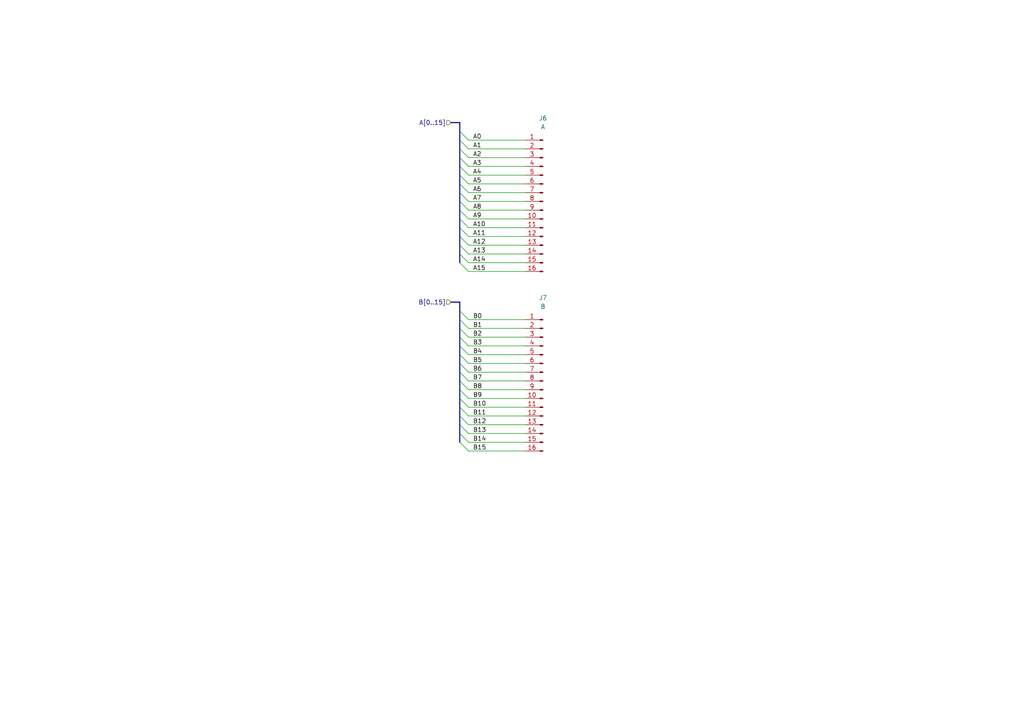
<source format=kicad_sch>
(kicad_sch (version 20250114) (generator "eeschema") (generator_version "9.0")
  (paper "A4")
  (title_block (date "2022-04-13") (rev "A"))
  (lib_symbols
    (symbol "Connector:Conn_01x16_Male" (pin_names (offset 1.016) (hide yes))
      (property "Reference" "J" (at 0 20.32 0))
      (property "Value" "Conn_01x16_Male" (at 0 -22.86 0))
      (symbol "Conn_01x16_Male_1_1"
        (rectangle (start 0.8636 17.907) (end 0 17.653) (stroke (width 0.1524)) (fill (type outline)))
        (rectangle (start 0.8636 15.367) (end 0 15.113) (stroke (width 0.1524)) (fill (type outline)))
        (rectangle (start 0.8636 12.827) (end 0 12.573) (stroke (width 0.1524)) (fill (type outline)))
        (rectangle (start 0.8636 10.287) (end 0 10.033) (stroke (width 0.1524)) (fill (type outline)))
        (rectangle (start 0.8636 7.747) (end 0 7.493) (stroke (width 0.1524)) (fill (type outline)))
        (rectangle (start 0.8636 5.207) (end 0 4.953) (stroke (width 0.1524)) (fill (type outline)))
        (rectangle (start 0.8636 2.667) (end 0 2.413) (stroke (width 0.1524)) (fill (type outline)))
        (rectangle (start 0.8636 0.127) (end 0 -0.127) (stroke (width 0.1524)) (fill (type outline)))
        (rectangle (start 0.8636 -2.413) (end 0 -2.667) (stroke (width 0.1524)) (fill (type outline)))
        (rectangle (start 0.8636 -4.953) (end 0 -5.207) (stroke (width 0.1524)) (fill (type outline)))
        (rectangle (start 0.8636 -7.493) (end 0 -7.747) (stroke (width 0.1524)) (fill (type outline)))
        (rectangle (start 0.8636 -10.033) (end 0 -10.287) (stroke (width 0.1524)) (fill (type outline)))
        (rectangle (start 0.8636 -12.573) (end 0 -12.827) (stroke (width 0.1524)) (fill (type outline)))
        (rectangle (start 0.8636 -15.113) (end 0 -15.367) (stroke (width 0.1524)) (fill (type outline)))
        (rectangle (start 0.8636 -17.653) (end 0 -17.907) (stroke (width 0.1524)) (fill (type outline)))
        (rectangle (start 0.8636 -20.193) (end 0 -20.447) (stroke (width 0.1524)) (fill (type outline)))
        (polyline (pts (xy 1.27 17.78) (xy 0.8636 17.78)) (stroke (width 0.1524)))
        (polyline (pts (xy 1.27 15.24) (xy 0.8636 15.24)) (stroke (width 0.1524)))
        (polyline (pts (xy 1.27 12.7) (xy 0.8636 12.7)) (stroke (width 0.1524)))
        (polyline (pts (xy 1.27 10.16) (xy 0.8636 10.16)) (stroke (width 0.1524)))
        (polyline (pts (xy 1.27 7.62) (xy 0.8636 7.62)) (stroke (width 0.1524)))
        (polyline (pts (xy 1.27 5.08) (xy 0.8636 5.08)) (stroke (width 0.1524)))
        (polyline (pts (xy 1.27 2.54) (xy 0.8636 2.54)) (stroke (width 0.1524)))
        (polyline (pts (xy 1.27 0) (xy 0.8636 0)) (stroke (width 0.1524)))
        (polyline (pts (xy 1.27 -2.54) (xy 0.8636 -2.54)) (stroke (width 0.1524)))
        (polyline (pts (xy 1.27 -5.08) (xy 0.8636 -5.08)) (stroke (width 0.1524)))
        (polyline (pts (xy 1.27 -7.62) (xy 0.8636 -7.62)) (stroke (width 0.1524)))
        (polyline (pts (xy 1.27 -10.16) (xy 0.8636 -10.16)) (stroke (width 0.1524)))
        (polyline (pts (xy 1.27 -12.7) (xy 0.8636 -12.7)) (stroke (width 0.1524)))
        (polyline (pts (xy 1.27 -15.24) (xy 0.8636 -15.24)) (stroke (width 0.1524)))
        (polyline (pts (xy 1.27 -17.78) (xy 0.8636 -17.78)) (stroke (width 0.1524)))
        (polyline (pts (xy 1.27 -20.32) (xy 0.8636 -20.32)) (stroke (width 0.1524)))
        (pin passive line (at 5.08 17.78 180) (length 3.81) (name "Pin_1") (number "1"))
        (pin passive line (at 5.08 15.24 180) (length 3.81) (name "Pin_2") (number "2"))
        (pin passive line (at 5.08 12.7 180) (length 3.81) (name "Pin_3") (number "3"))
        (pin passive line (at 5.08 10.16 180) (length 3.81) (name "Pin_4") (number "4"))
        (pin passive line (at 5.08 7.62 180) (length 3.81) (name "Pin_5") (number "5"))
        (pin passive line (at 5.08 5.08 180) (length 3.81) (name "Pin_6") (number "6"))
        (pin passive line (at 5.08 2.54 180) (length 3.81) (name "Pin_7") (number "7"))
        (pin passive line (at 5.08 0 180) (length 3.81) (name "Pin_8") (number "8"))
        (pin passive line (at 5.08 -2.54 180) (length 3.81) (name "Pin_9") (number "9"))
        (pin passive line (at 5.08 -5.08 180) (length 3.81) (name "Pin_10") (number "10"))
        (pin passive line (at 5.08 -7.62 180) (length 3.81) (name "Pin_11") (number "11"))
        (pin passive line (at 5.08 -10.16 180) (length 3.81) (name "Pin_12") (number "12"))
        (pin passive line (at 5.08 -12.7 180) (length 3.81) (name "Pin_13") (number "13"))
        (pin passive line (at 5.08 -15.24 180) (length 3.81) (name "Pin_14") (number "14"))
        (pin passive line (at 5.08 -17.78 180) (length 3.81) (name "Pin_15") (number "15"))
        (pin passive line (at 5.08 -20.32 180) (length 3.81) (name "Pin_16") (number "16"))
      )
    )
  )
  (bus_entry (at 133.35 60.96) (size 2.54 2.54))
  (bus_entry (at 133.35 43.18) (size 2.54 2.54))
  (bus_entry (at 133.35 118.11) (size 2.54 2.54))
  (bus_entry (at 133.35 125.73) (size 2.54 2.54))
  (bus_entry (at 133.35 105.41) (size 2.54 2.54))
  (bus_entry (at 133.35 107.95) (size 2.54 2.54))
  (bus_entry (at 133.35 92.71) (size 2.54 2.54))
  (bus_entry (at 133.35 58.42) (size 2.54 2.54))
  (bus_entry (at 133.35 100.33) (size 2.54 2.54))
  (bus_entry (at 133.35 68.58) (size 2.54 2.54))
  (bus_entry (at 133.35 63.5) (size 2.54 2.54))
  (bus_entry (at 133.35 73.66) (size 2.54 2.54))
  (bus_entry (at 133.35 113.03) (size 2.54 2.54))
  (bus_entry (at 133.35 120.65) (size 2.54 2.54))
  (bus_entry (at 133.35 55.88) (size 2.54 2.54))
  (bus_entry (at 133.35 66.04) (size 2.54 2.54))
  (bus_entry (at 133.35 97.79) (size 2.54 2.54))
  (bus_entry (at 133.35 90.17) (size 2.54 2.54))
  (bus_entry (at 133.35 40.64) (size 2.54 2.54))
  (bus_entry (at 133.35 76.2) (size 2.54 2.54))
  (bus_entry (at 133.35 102.87) (size 2.54 2.54))
  (bus_entry (at 133.35 115.57) (size 2.54 2.54))
  (bus_entry (at 133.35 128.27) (size 2.54 2.54))
  (bus_entry (at 133.35 50.8) (size 2.54 2.54))
  (bus_entry (at 133.35 71.12) (size 2.54 2.54))
  (bus_entry (at 133.35 123.19) (size 2.54 2.54))
  (bus_entry (at 133.35 38.1) (size 2.54 2.54))
  (bus_entry (at 133.35 48.26) (size 2.54 2.54))
  (bus_entry (at 133.35 110.49) (size 2.54 2.54))
  (bus_entry (at 133.35 95.25) (size 2.54 2.54))
  (bus_entry (at 133.35 53.34) (size 2.54 2.54))
  (bus_entry (at 133.35 45.72) (size 2.54 2.54))
  (bus (pts (xy 133.35 87.63) (xy 133.35 90.17)))
  (bus (pts (xy 133.35 73.66) (xy 133.35 76.2)))
  (wire (pts (xy 135.89 58.42) (xy 152.4 58.42)))
  (wire (pts (xy 135.89 60.96) (xy 152.4 60.96)))
  (bus (pts (xy 133.35 35.56) (xy 133.35 38.1)))
  (bus (pts (xy 133.35 113.03) (xy 133.35 115.57)))
  (bus (pts (xy 133.35 71.12) (xy 133.35 73.66)))
  (bus (pts (xy 133.35 40.64) (xy 133.35 43.18)))
  (bus (pts (xy 133.35 68.58) (xy 133.35 71.12)))
  (bus (pts (xy 133.35 60.96) (xy 133.35 63.5)))
  (bus (pts (xy 133.35 100.33) (xy 133.35 102.87)))
  (wire (pts (xy 135.89 110.49) (xy 152.4 110.49)))
  (wire (pts (xy 135.89 100.33) (xy 152.4 100.33)))
  (wire (pts (xy 135.89 71.12) (xy 152.4 71.12)))
  (bus (pts (xy 133.35 55.88) (xy 133.35 58.42)))
  (bus (pts (xy 133.35 45.72) (xy 133.35 48.26)))
  (bus (pts (xy 130.81 87.63) (xy 133.35 87.63)))
  (wire (pts (xy 135.89 97.79) (xy 152.4 97.79)))
  (wire (pts (xy 135.89 118.11) (xy 152.4 118.11)))
  (wire (pts (xy 135.89 48.26) (xy 152.4 48.26)))
  (bus (pts (xy 133.35 50.8) (xy 133.35 53.34)))
  (bus (pts (xy 133.35 125.73) (xy 133.35 128.27)))
  (wire (pts (xy 135.89 78.74) (xy 152.4 78.74)))
  (bus (pts (xy 133.35 63.5) (xy 133.35 66.04)))
  (bus (pts (xy 133.35 95.25) (xy 133.35 97.79)))
  (wire (pts (xy 135.89 66.04) (xy 152.4 66.04)))
  (wire (pts (xy 135.89 128.27) (xy 152.4 128.27)))
  (bus (pts (xy 133.35 48.26) (xy 133.35 50.8)))
  (wire (pts (xy 135.89 92.71) (xy 152.4 92.71)))
  (bus (pts (xy 133.35 115.57) (xy 133.35 118.11)))
  (wire (pts (xy 135.89 63.5) (xy 152.4 63.5)))
  (bus (pts (xy 133.35 90.17) (xy 133.35 92.71)))
  (bus (pts (xy 133.35 38.1) (xy 133.35 40.64)))
  (bus (pts (xy 133.35 118.11) (xy 133.35 120.65)))
  (bus (pts (xy 133.35 58.42) (xy 133.35 60.96)))
  (bus (pts (xy 133.35 53.34) (xy 133.35 55.88)))
  (wire (pts (xy 135.89 76.2) (xy 152.4 76.2)))
  (bus (pts (xy 130.81 35.56) (xy 133.35 35.56)))
  (wire (pts (xy 135.89 68.58) (xy 152.4 68.58)))
  (bus (pts (xy 133.35 66.04) (xy 133.35 68.58)))
  (wire (pts (xy 135.89 53.34) (xy 152.4 53.34)))
  (wire (pts (xy 135.89 50.8) (xy 152.4 50.8)))
  (wire (pts (xy 135.89 107.95) (xy 152.4 107.95)))
  (bus (pts (xy 133.35 120.65) (xy 133.35 123.19)))
  (wire (pts (xy 135.89 45.72) (xy 152.4 45.72)))
  (bus (pts (xy 133.35 102.87) (xy 133.35 105.41)))
  (bus (pts (xy 133.35 105.41) (xy 133.35 107.95)))
  (wire (pts (xy 135.89 55.88) (xy 152.4 55.88)))
  (wire (pts (xy 135.89 115.57) (xy 152.4 115.57)))
  (wire (pts (xy 135.89 95.25) (xy 152.4 95.25)))
  (wire (pts (xy 135.89 40.64) (xy 152.4 40.64)))
  (bus (pts (xy 133.35 123.19) (xy 133.35 125.73)))
  (wire (pts (xy 135.89 102.87) (xy 152.4 102.87)))
  (wire (pts (xy 135.89 73.66) (xy 152.4 73.66)))
  (wire (pts (xy 135.89 105.41) (xy 152.4 105.41)))
  (wire (pts (xy 135.89 123.19) (xy 152.4 123.19)))
  (wire (pts (xy 135.89 43.18) (xy 152.4 43.18)))
  (bus (pts (xy 133.35 43.18) (xy 133.35 45.72)))
  (wire (pts (xy 135.89 113.03) (xy 152.4 113.03)))
  (bus (pts (xy 133.35 107.95) (xy 133.35 110.49)))
  (bus (pts (xy 133.35 110.49) (xy 133.35 113.03)))
  (wire (pts (xy 135.89 120.65) (xy 152.4 120.65)))
  (wire (pts (xy 135.89 130.81) (xy 152.4 130.81)))
  (wire (pts (xy 135.89 125.73) (xy 152.4 125.73)))
  (bus (pts (xy 133.35 92.71) (xy 133.35 95.25)))
  (bus (pts (xy 133.35 97.79) (xy 133.35 100.33)))
  (label "B11" (at 137.16 120.65 0))
  (label "B6" (at 137.16 107.95 0))
  (label "B5" (at 137.16 105.41 0))
  (label "A0" (at 137.16 40.64 0))
  (label "A2" (at 137.16 45.72 0))
  (label "A13" (at 137.16 73.66 0))
  (label "A15" (at 137.16 78.74 0))
  (label "A10" (at 137.16 66.04 0))
  (label "A11" (at 137.16 68.58 0))
  (label "A6" (at 137.16 55.88 0))
  (label "A8" (at 137.16 60.96 0))
  (label "B9" (at 137.16 115.57 0))
  (label "B12" (at 137.16 123.19 0))
  (label "B7" (at 137.16 110.49 0))
  (label "B4" (at 137.16 102.87 0))
  (label "A5" (at 137.16 53.34 0))
  (label "A4" (at 137.16 50.8 0))
  (label "B15" (at 137.16 130.81 0))
  (label "A12" (at 137.16 71.12 0))
  (label "A3" (at 137.16 48.26 0))
  (label "B10" (at 137.16 118.11 0))
  (label "A1" (at 137.16 43.18 0))
  (label "B3" (at 137.16 100.33 0))
  (label "B0" (at 137.16 92.71 0))
  (label "A14" (at 137.16 76.2 0))
  (label "B14" (at 137.16 128.27 0))
  (label "A9" (at 137.16 63.5 0))
  (label "A7" (at 137.16 58.42 0))
  (label "B13" (at 137.16 125.73 0))
  (label "B2" (at 137.16 97.79 0))
  (label "B8" (at 137.16 113.03 0))
  (label "B1" (at 137.16 95.25 0))
  (hierarchical_label "A[0..15]" (shape input) (at 130.81 35.56 180))
  (hierarchical_label "B[0..15]" (shape input) (at 130.81 87.63 180))
  (symbol (lib_id "Connector:Conn_01x16_Male") (at 157.48 110.49 0) (mirror y) (unit 1)
    (property "Reference" "J7" (at 157.48 86.36 0))
    (property "Value" "B" (at 157.48 88.9 0))
    (property "Footprint" "Connector_PinHeader_2.54mm:PinHeader_1x16_P2.54mm_Vertical" (effects (hide yes)))
  )
  (symbol (lib_id "Connector:Conn_01x16_Male") (at 157.48 58.42 0) (mirror y) (unit 1)
    (property "Reference" "J6" (at 157.48 34.29 0))
    (property "Value" "A" (at 157.48 36.83 0))
    (property "Footprint" "Connector_PinHeader_2.54mm:PinHeader_1x16_P2.54mm_Vertical" (effects (hide yes)))
  )
)
</source>
